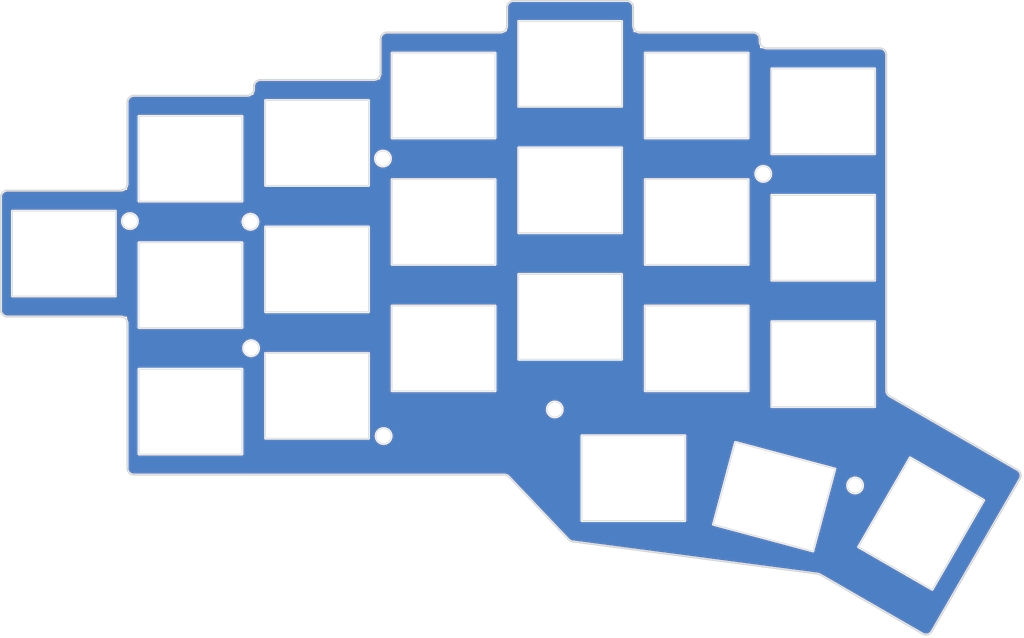
<source format=kicad_pcb>
(kicad_pcb (version 20211014) (generator pcbnew)
  (layers (0 "F.Cu" signal) (31 "B.Cu" signal) (34 "B.Paste" user) (35 "F.Paste" user) (36 "B.SilkS" user "B.Silkscreen") (37 "F.SilkS" user "F.Silkscreen") (38 "B.Mask" user) (39 "F.Mask" user) (44 "Edge.Cuts" user))
  (net 0 "")
  (footprint "kbd:SW_Hole_ALPS" (layer "F.Cu") (at 42.721463 76.099368)
    (fp_text reference "K18" hide)
    (fp_text value "KEYSW" hide)
    (fp_line (start 7.75 6.4) (end 7.75 -6.4) (layer "Edge.Cuts") (width 0.12))
    (fp_line (start 7.75 -6.4) (end -7.75 -6.4) (layer "Edge.Cuts") (width 0.12))
    (fp_line (start -7.75 6.4) (end 7.75 6.4) (layer "Edge.Cuts") (width 0.12))
    (fp_line (start -7.75 -6.4) (end -7.75 6.4) (layer "Edge.Cuts") (width 0.12))
  )
  (footprint "kbd:SW_Hole_ALPS" (layer "F.Cu") (at 118.721463 47.599367)
    (fp_text reference "K21" hide)
    (fp_text value "KEYSW" hide)
    (fp_line (start 7.75 6.4) (end 7.75 -6.4) (layer "Edge.Cuts") (width 0.12))
    (fp_line (start 7.75 -6.4) (end -7.75 -6.4) (layer "Edge.Cuts") (width 0.12))
    (fp_line (start -7.75 -6.4) (end -7.75 6.4) (layer "Edge.Cuts") (width 0.12))
    (fp_line (start -7.75 6.4) (end 7.75 6.4) (layer "Edge.Cuts") (width 0.12))
  )
  (footprint "kbd:SW_Hole_ALPS" (layer "F.Cu") (at 42.721463 57.099368)
    (fp_text reference "K14" hide)
    (fp_text value "KEYSW" hide)
    (fp_line (start 7.75 -6.4) (end -7.75 -6.4) (layer "Edge.Cuts") (width 0.12))
    (fp_line (start -7.75 -6.4) (end -7.75 6.4) (layer "Edge.Cuts") (width 0.12))
    (fp_line (start -7.75 6.4) (end 7.75 6.4) (layer "Edge.Cuts") (width 0.12))
    (fp_line (start 7.75 6.4) (end 7.75 -6.4) (layer "Edge.Cuts") (width 0.12))
  )
  (footprint "kbd:SW_Hole_ALPS" (layer "F.Cu") (at 61.721463 35.724368)
    (fp_text reference "K13" hide)
    (fp_text value "KEYSW" hide)
    (fp_line (start 7.75 6.4) (end 7.75 -6.4) (layer "Edge.Cuts") (width 0.12))
    (fp_line (start 7.75 -6.4) (end -7.75 -6.4) (layer "Edge.Cuts") (width 0.12))
    (fp_line (start -7.75 6.4) (end 7.75 6.4) (layer "Edge.Cuts") (width 0.12))
    (fp_line (start -7.75 -6.4) (end -7.75 6.4) (layer "Edge.Cuts") (width 0.12))
  )
  (footprint "kbd:SW_Hole_ALPS" (layer "F.Cu") (at 152.426296 92.925796 60)
    (fp_text reference "K22" hide)
    (fp_text value "KEYSW" hide)
    (fp_line (start -7.75 -6.4) (end -7.75 6.4) (layer "Edge.Cuts") (width 0.12))
    (fp_line (start 7.75 6.4) (end 7.75 -6.4) (layer "Edge.Cuts") (width 0.12))
    (fp_line (start 7.75 -6.4) (end -7.75 -6.4) (layer "Edge.Cuts") (width 0.12))
    (fp_line (start -7.75 6.4) (end 7.75 6.4) (layer "Edge.Cuts") (width 0.12))
  )
  (footprint "kbd:M2_Hole_Edge_Cut" (layer "F.Cu") (at 128.721463 40.374367)
    (fp_text reference "H8")
    (fp_text value "MountingHole")
    (fp_circle (center 0 0) (end 1.15 0) (layer "Edge.Cuts") (width 0.1) (fill none))
  )
  (footprint "kbd:SW_Hole_ALPS" (layer "F.Cu") (at 80.721463 66.599368)
    (fp_text reference "K9" hide)
    (fp_text value "KEYSW" hide)
    (fp_line (start 7.75 6.4) (end 7.75 -6.4) (layer "Edge.Cuts") (width 0.12))
    (fp_line (start -7.75 6.4) (end 7.75 6.4) (layer "Edge.Cuts") (width 0.12))
    (fp_line (start -7.75 -6.4) (end -7.75 6.4) (layer "Edge.Cuts") (width 0.12))
    (fp_line (start 7.75 -6.4) (end -7.75 -6.4) (layer "Edge.Cuts") (width 0.12))
  )
  (footprint "kbd:M2_Hole_Edge_Cut" (layer "F.Cu") (at 71.621463 38.074367)
    (fp_text reference "H4")
    (fp_text value "MountingHole")
    (fp_circle (center 0 0) (end 1.15 0) (layer "Edge.Cuts") (width 0.1) (fill none))
  )
  (footprint "kbd:SW_Hole_ALPS" (layer "F.Cu") (at 130.35654 88.881582 -15)
    (fp_text reference "K1" hide)
    (fp_text value "KEYSW" hide)
    (fp_line (start 7.75 6.4) (end 7.75 -6.4) (layer "Edge.Cuts") (width 0.12))
    (fp_line (start 7.75 -6.4) (end -7.75 -6.4) (layer "Edge.Cuts") (width 0.12))
    (fp_line (start -7.75 -6.4) (end -7.75 6.4) (layer "Edge.Cuts") (width 0.12))
    (fp_line (start -7.75 6.4) (end 7.75 6.4) (layer "Edge.Cuts") (width 0.12))
  )
  (footprint "kbd:SW_Hole_ALPS" (layer "F.Cu") (at 99.721463 23.849368)
    (fp_text reference "K11" hide)
    (fp_text value "KEYSW" hide)
    (fp_line (start -7.75 -6.4) (end -7.75 6.4) (layer "Edge.Cuts") (width 0.12))
    (fp_line (start -7.75 6.4) (end 7.75 6.4) (layer "Edge.Cuts") (width 0.12))
    (fp_line (start 7.75 -6.4) (end -7.75 -6.4) (layer "Edge.Cuts") (width 0.12))
    (fp_line (start 7.75 6.4) (end 7.75 -6.4) (layer "Edge.Cuts") (width 0.12))
  )
  (footprint "kbd:M2_Hole_Edge_Cut" (layer "F.Cu") (at 51.821463 66.574367)
    (fp_text reference "H2")
    (fp_text value "MountingHole")
    (fp_circle (center 0 0) (end 1.15 0) (layer "Edge.Cuts") (width 0.1) (fill none))
  )
  (footprint "kbd:SW_Hole_ALPS" (layer "F.Cu") (at 42.721463 38.099368)
    (fp_text reference "K7" hide)
    (fp_text value "KEYSW" hide)
    (fp_line (start 7.75 -6.4) (end -7.75 -6.4) (layer "Edge.Cuts") (width 0.12))
    (fp_line (start -7.75 -6.4) (end -7.75 6.4) (layer "Edge.Cuts") (width 0.12))
    (fp_line (start -7.75 6.4) (end 7.75 6.4) (layer "Edge.Cuts") (width 0.12))
    (fp_line (start 7.75 6.4) (end 7.75 -6.4) (layer "Edge.Cuts") (width 0.12))
  )
  (footprint "kbd:SW_Hole_ALPS" (layer "F.Cu") (at 118.721463 66.599367)
    (fp_text reference "K12" hide)
    (fp_text value "KEYSW" hide)
    (fp_line (start 7.75 -6.4) (end -7.75 -6.4) (layer "Edge.Cuts") (width 0.12))
    (fp_line (start -7.75 -6.4) (end -7.75 6.4) (layer "Edge.Cuts") (width 0.12))
    (fp_line (start 7.75 6.4) (end 7.75 -6.4) (layer "Edge.Cuts") (width 0.12))
    (fp_line (start -7.75 6.4) (end 7.75 6.4) (layer "Edge.Cuts") (width 0.12))
  )
  (footprint "kbd:M2_Hole_Edge_Cut" (layer "F.Cu") (at 33.621463 47.474367)
    (fp_text reference "H3")
    (fp_text value "MountingHole")
    (fp_circle (center 0 0) (end 1.15 0) (layer "Edge.Cuts") (width 0.1) (fill none))
  )
  (footprint "kbd:M2_Hole_Edge_Cut" (layer "F.Cu") (at 51.721463 47.574367)
    (fp_text reference "H1")
    (fp_text value "MountingHole")
    (fp_circle (center 0 0) (end 1.15 0) (layer "Edge.Cuts") (width 0.1) (fill none))
  )
  (footprint "kbd:SW_Hole_ALPS" (layer "F.Cu") (at 118.721463 28.599367)
    (fp_text reference "K16" hide)
    (fp_text value "KEYSW" hide)
    (fp_line (start -7.75 -6.4) (end -7.75 6.4) (layer "Edge.Cuts") (width 0.12))
    (fp_line (start -7.75 6.4) (end 7.75 6.4) (layer "Edge.Cuts") (width 0.12))
    (fp_line (start 7.75 6.4) (end 7.75 -6.4) (layer "Edge.Cuts") (width 0.12))
    (fp_line (start 7.75 -6.4) (end -7.75 -6.4) (layer "Edge.Cuts") (width 0.12))
  )
  (footprint "kbd:SW_Hole_ALPS" (layer "F.Cu") (at 80.721463 47.599368)
    (fp_text reference "K6" hide)
    (fp_text value "KEYSW" hide)
    (fp_line (start -7.75 6.4) (end 7.75 6.4) (layer "Edge.Cuts") (width 0.12))
    (fp_line (start 7.75 6.4) (end 7.75 -6.4) (layer "Edge.Cuts") (width 0.12))
    (fp_line (start 7.75 -6.4) (end -7.75 -6.4) (layer "Edge.Cuts") (width 0.12))
    (fp_line (start -7.75 -6.4) (end -7.75 6.4) (layer "Edge.Cuts") (width 0.12))
  )
  (footprint "kbd:M2_Hole_Edge_Cut" (layer "F.Cu") (at 97.421463 75.774367)
    (fp_text reference "H6")
    (fp_text value "MountingHole")
    (fp_circle (center 0 0) (end 1.15 0) (layer "Edge.Cuts") (width 0.1) (fill none))
  )
  (footprint "kbd:SW_Hole_ALPS" (layer "F.Cu") (at 109.221463 86.099097)
    (fp_text reference "K5" hide)
    (fp_text value "KEYSW" hide)
    (fp_line (start -7.75 6.4) (end 7.75 6.4) (layer "Edge.Cuts") (width 0.12))
    (fp_line (start 7.75 6.4) (end 7.75 -6.4) (layer "Edge.Cuts") (width 0.12))
    (fp_line (start 7.75 -6.4) (end -7.75 -6.4) (layer "Edge.Cuts") (width 0.12))
    (fp_line (start -7.75 -6.4) (end -7.75 6.4) (layer "Edge.Cuts") (width 0.12))
  )
  (footprint "kbd:SW_Hole_ALPS" (layer "F.Cu") (at 137.721463 49.974367)
    (fp_text reference "K3" hide)
    (fp_text value "KEYSW" hide)
    (fp_line (start 7.75 6.4) (end 7.75 -6.4) (layer "Edge.Cuts") (width 0.12))
    (fp_line (start 7.75 -6.4) (end -7.75 -6.4) (layer "Edge.Cuts") (width 0.12))
    (fp_line (start -7.75 6.4) (end 7.75 6.4) (layer "Edge.Cuts") (width 0.12))
    (fp_line (start -7.75 -6.4) (end -7.75 6.4) (layer "Edge.Cuts") (width 0.12))
  )
  (footprint "kbd:SW_Hole_ALPS" (layer "F.Cu") (at 23.721464 52.349367)
    (fp_text reference "K10" hide)
    (fp_text value "KEYSW" hide)
    (fp_line (start 7.75 -6.4) (end -7.75 -6.4) (layer "Edge.Cuts") (width 0.12))
    (fp_line (start -7.75 -6.4) (end -7.75 6.4) (layer "Edge.Cuts") (width 0.12))
    (fp_line (start 7.75 6.4) (end 7.75 -6.4) (layer "Edge.Cuts") (width 0.12))
    (fp_line (start -7.75 6.4) (end 7.75 6.4) (layer "Edge.Cuts") (width 0.12))
  )
  (footprint "kbd:SW_Hole_ALPS" (layer "F.Cu") (at 99.721463 42.849368)
    (fp_text reference "K19" hide)
    (fp_text value "KEYSW" hide)
    (fp_line (start 7.75 -6.4) (end -7.75 -6.4) (layer "Edge.Cuts") (width 0.12))
    (fp_line (start 7.75 6.4) (end 7.75 -6.4) (layer "Edge.Cuts") (width 0.12))
    (fp_line (start -7.75 6.4) (end 7.75 6.4) (layer "Edge.Cuts") (width 0.12))
    (fp_line (start -7.75 -6.4) (end -7.75 6.4) (layer "Edge.Cuts") (width 0.12))
  )
  (footprint "kbd:SW_Hole_ALPS" (layer "F.Cu") (at 61.721463 73.724368)
    (fp_text reference "K8" hide)
    (fp_text value "KEYSW" hide)
    (fp_line (start -7.75 -6.4) (end -7.75 6.4) (layer "Edge.Cuts") (width 0.12))
    (fp_line (start 7.75 -6.4) (end -7.75 -6.4) (layer "Edge.Cuts") (width 0.12))
    (fp_line (start -7.75 6.4) (end 7.75 6.4) (layer "Edge.Cuts") (width 0.12))
    (fp_line (start 7.75 6.4) (end 7.75 -6.4) (layer "Edge.Cuts") (width 0.12))
  )
  (footprint "kbd:M2_Hole_Edge_Cut" (layer "F.Cu") (at 71.721463 79.774367)
    (fp_text reference "H5")
    (fp_text value "MountingHole")
    (fp_circle (center 0 0) (end 1.15 0) (layer "Edge.Cuts") (width 0.1) (fill none))
  )
  (footprint "kbd:SW_Hole_ALPS" (layer "F.Cu") (at 137.721463 30.974367)
    (fp_text reference "K4" hide)
    (fp_text value "KEYSW" hide)
    (fp_line (start 7.75 6.4) (end 7.75 -6.4) (layer "Edge.Cuts") (width 0.12))
    (fp_line (start 7.75 -6.4) (end -7.75 -6.4) (layer "Edge.Cuts") (width 0.12))
    (fp_line (start -7.75 6.4) (end 7.75 6.4) (layer "Edge.Cuts") (width 0.12))
    (fp_line (start -7.75 -6.4) (end -7.75 6.4) (layer "Edge.Cuts") (width 0.12))
  )
  (footprint "kbd:SW_Hole_ALPS" (layer "F.Cu") (at 137.721463 68.974367)
    (fp_text reference "K2" hide)
    (fp_text value "KEYSW" hide)
    (fp_line (start 7.75 -6.4) (end -7.75 -6.4) (layer "Edge.Cuts") (width 0.12))
    (fp_line (start 7.75 6.4) (end 7.75 -6.4) (layer "Edge.Cuts") (width 0.12))
    (fp_line (start -7.75 -6.4) (end -7.75 6.4) (layer "Edge.Cuts") (width 0.12))
    (fp_line (start -7.75 6.4) (end 7.75 6.4) (layer "Edge.Cuts") (width 0.12))
  )
  (footprint "kbd:SW_Hole_ALPS" (layer "F.Cu") (at 99.721463 61.849368)
    (fp_text reference "K15" hide)
    (fp_text value "KEYSW" hide)
    (fp_line (start -7.75 6.4) (end 7.75 6.4) (layer "Edge.Cuts") (width 0.12))
    (fp_line (start 7.75 -6.4) (end -7.75 -6.4) (layer "Edge.Cuts") (width 0.12))
    (fp_line (start -7.75 -6.4) (end -7.75 6.4) (layer "Edge.Cuts") (width 0.12))
    (fp_line (start 7.75 6.4) (end 7.75 -6.4) (layer "Edge.Cuts") (width 0.12))
  )
  (footprint "kbd:M2_Hole_Edge_Cut" (layer "F.Cu") (at 142.507505 87.19918)
    (fp_text reference "H9")
    (fp_text value "MountingHole")
    (fp_circle (center 0 0) (end 1.15 0) (layer "Edge.Cuts") (width 0.1) (fill none))
  )
  (footprint "kbd:SW_Hole_ALPS" (layer "F.Cu") (at 61.721463 54.724368)
    (fp_text reference "K17" hide)
    (fp_text value "KEYSW" hide)
    (fp_line (start 7.75 6.4) (end 7.75 -6.4) (layer "Edge.Cuts") (width 0.12))
    (fp_line (start 7.75 -6.4) (end -7.75 -6.4) (layer "Edge.Cuts") (width 0.12))
    (fp_line (start -7.75 -6.4) (end -7.75 6.4) (layer "Edge.Cuts") (width 0.12))
    (fp_line (start -7.75 6.4) (end 7.75 6.4) (layer "Edge.Cuts") (width 0.12))
  )
  (footprint "kbd:SW_Hole_ALPS" (layer "F.Cu") (at 80.721463 28.599368)
    (fp_text reference "K20" hide)
    (fp_text value "KEYSW" hide)
    (fp_line (start -7.75 -6.4) (end -7.75 6.4) (layer "Edge.Cuts") (width 0.12))
    (fp_line (start 7.75 6.4) (end 7.75 -6.4) (layer "Edge.Cuts") (width 0.12))
    (fp_line (start 7.75 -6.4) (end -7.75 -6.4) (layer "Edge.Cuts") (width 0.12))
    (fp_line (start -7.75 6.4) (end 7.75 6.4) (layer "Edge.Cuts") (width 0.12))
  )
  (gr_arc (start 89.796623 85.599367) (mid 90.187009 85.679623) (end 90.514076 85.907372) (layer "Edge.Cuts") (width 0.2))
  (gr_arc (start 166.912511 84.834934) (mid 167.378437 85.442141) (end 167.278537 86.20096) (layer "Edge.Cuts") (width 0.2))
  (gr_arc (start 90.221463 18.099368) (mid 89.92857 18.806475) (end 89.221463 19.099368) (layer "Edge.Cuts") (width 0.2))
  (gr_line (start 15.221464 42.849368) (end 32.221465 42.849368) (layer "Edge.Cuts") (width 0.2))
  (gr_line (start 52.221463 27.599368) (end 52.221463 27.224367) (layer "Edge.Cuts") (width 0.2))
  (gr_line (start 99.480311 95.345258) (end 90.514076 85.907372) (layer "Edge.Cuts") (width 0.2))
  (gr_line (start 147.721463 73.754978) (end 166.912511 84.834934) (layer "Edge.Cuts") (width 0.2))
  (gr_line (start 147.221463 22.474368) (end 147.221463 72.888952) (layer "Edge.Cuts") (width 0.2))
  (gr_arc (start 71.221463 25.224368) (mid 70.92857 25.931475) (end 70.221463 26.224368) (layer "Edge.Cuts") (width 0.2))
  (gr_line (start 71.221463 25.224368) (end 71.221463 20.099368) (layer "Edge.Cuts") (width 0.2))
  (gr_arc (start 146.221463 21.474368) (mid 146.92857 21.767261) (end 147.221463 22.474368) (layer "Edge.Cuts") (width 0.2))
  (gr_arc (start 108.221463 14.349368) (mid 108.92857 14.642261) (end 109.221463 15.349368) (layer "Edge.Cuts") (width 0.2))
  (gr_line (start 110.221463 19.099367) (end 127.221463 19.099367) (layer "Edge.Cuts") (width 0.2))
  (gr_line (start 89.796623 85.599366) (end 51.221463 85.599366) (layer "Edge.Cuts") (width 0.2))
  (gr_line (start 152.662511 109.516658) (end 137.244527 100.615081) (layer "Edge.Cuts") (width 0.2))
  (gr_arc (start 110.221462 19.099368) (mid 109.514356 18.806474) (end 109.221463 18.099367) (layer "Edge.Cuts") (width 0.2))
  (gr_line (start 33.221463 84.609762) (end 33.221463 62.849367) (layer "Edge.Cuts") (width 0.2))
  (gr_arc (start 34.211068 85.599367) (mid 33.511312 85.309518) (end 33.221463 84.609762) (layer "Edge.Cuts") (width 0.2))
  (gr_line (start 51.221463 85.599366) (end 34.211068 85.599366) (layer "Edge.Cuts") (width 0.2))
  (gr_arc (start 52.221463 27.224368) (mid 52.514356 26.517261) (end 53.221463 26.224368) (layer "Edge.Cuts") (width 0.2))
  (gr_line (start 53.221463 26.224368) (end 70.221463 26.224368) (layer "Edge.Cuts") (width 0.2))
  (gr_line (start 14.221465 60.849368) (end 14.221465 43.849369) (layer "Edge.Cuts") (width 0.2))
  (gr_arc (start 15.221464 61.849367) (mid 14.514358 61.556474) (end 14.221465 60.849368) (layer "Edge.Cuts") (width 0.2))
  (gr_arc (start 14.221465 43.849369) (mid 14.514358 43.142262) (end 15.221464 42.849368) (layer "Edge.Cuts") (width 0.2))
  (gr_arc (start 32.221466 61.849364) (mid 32.928572 62.142259) (end 33.221463 62.849367) (layer "Edge.Cuts") (width 0.2))
  (gr_arc (start 129.221463 21.474367) (mid 128.514356 21.181474) (end 128.221463 20.474367) (layer "Edge.Cuts") (width 0.2))
  (gr_arc (start 52.221466 27.599371) (mid 51.928571 28.306477) (end 51.221463 28.599368) (layer "Edge.Cuts") (width 0.2))
  (gr_arc (start 33.221465 41.84937) (mid 32.928571 42.556475) (end 32.221464 42.849367) (layer "Edge.Cuts") (width 0.2))
  (gr_arc (start 90.221463 15.349368) (mid 90.514356 14.642261) (end 91.221463 14.349368) (layer "Edge.Cuts") (width 0.2))
  (gr_arc (start 127.221463 19.099367) (mid 127.92857 19.39226) (end 128.221463 20.099367) (layer "Edge.Cuts") (width 0.2))
  (gr_arc (start 100.068595 95.644797) (mid 99.748739 95.545528) (end 99.480311 95.345258) (layer "Edge.Cuts") (width 0.2))
  (gr_line (start 136.878894 100.490965) (end 100.068595 95.644797) (layer "Edge.Cuts") (width 0.2))
  (gr_line (start 33.221463 41.849368) (end 33.221464 29.599368) (layer "Edge.Cuts") (width 0.2))
  (gr_line (start 109.221463 15.349368) (end 109.221463 18.099367) (layer "Edge.Cuts") (width 0.2))
  (gr_line (start 128.221463 20.099367) (end 128.221463 20.474367) (layer "Edge.Cuts") (width 0.2))
  (gr_arc (start 33.221464 29.599368) (mid 33.514357 28.892261) (end 34.221464 28.599368) (layer "Edge.Cuts") (width 0.2))
  (gr_line (start 129.221463 21.474367) (end 146.221463 21.474368) (layer "Edge.Cuts") (width 0.2))
  (gr_line (start 167.278537 86.20096) (end 154.028537 109.150633) (layer "Edge.Cuts") (width 0.2))
  (gr_arc (start 136.878894 100.490965) (mid 137.067823 100.535017) (end 137.244527 100.615081) (layer "Edge.Cuts") (width 0.2))
  (gr_arc (start 147.721463 73.754977) (mid 147.355438 73.388952) (end 147.221463 72.888952) (layer "Edge.Cuts") (width 0.2))
  (gr_arc (start 71.221462 20.099368) (mid 71.514356 19.392261) (end 72.221463 19.099367) (layer "Edge.Cuts") (width 0.2))
  (gr_line (start 90.221463 18.099368) (end 90.221463 15.349368) (layer "Edge.Cuts") (width 0.2))
  (gr_line (start 32.221464 61.849368) (end 15.221464 61.849368) (layer "Edge.Cuts") (width 0.2))
  (gr_line (start 91.221463 14.349368) (end 108.221463 14.349368) (layer "Edge.Cuts") (width 0.2))
  (gr_line (start 72.221463 19.099367) (end 89.221463 19.099368) (layer "Edge.Cuts") (width 0.2))
  (gr_arc (start 154.028536 109.150633) (mid 153.42133 109.616559) (end 152.662511 109.516658) (layer "Edge.Cuts") (width 0.2))
  (gr_line (start 34.221464 28.599368) (end 51.221463 28.599368) (layer "Edge.Cuts") (width 0.2))
  (zone (net 0) (net_name "") (layers F&B.Cu) (priority 1) (connect_pads (clearance 0.2)) (min_thickness 0.25) (fill yes (thermal_gap 0.5) (thermal_bridge_width 0.5))
    (polygon (pts (xy 109.221463 19.104952) (xy 128.221463 19.104952) (xy 128.221463 21.504952) (xy 147.221463 21.504952) (xy 147.221463 23.804952) (xy 147.721464 73.349367) (xy 167.821463 85.204952) (xy 153.421463 109.904952) (xy 137.021463 100.504952) (xy 99.721463 95.504952) (xy 90.121463 85.504952) (xy 33.221463 85.604952) (xy 33.221463 61.804952) (xy 14.121463 61.804952) (xy 14.221463 42.904952) (xy 33.221463 42.804952) (xy 33.221463 28.504952) (xy 52.221463 28.504952) (xy 52.221463 26.204952) (xy 71.221463 26.204952) (xy 71.221463 19.004952) (xy 90.221463 19.004952) (xy 90.221463 14.304952) (xy 109.221463 14.304952)))
  )
)
</source>
